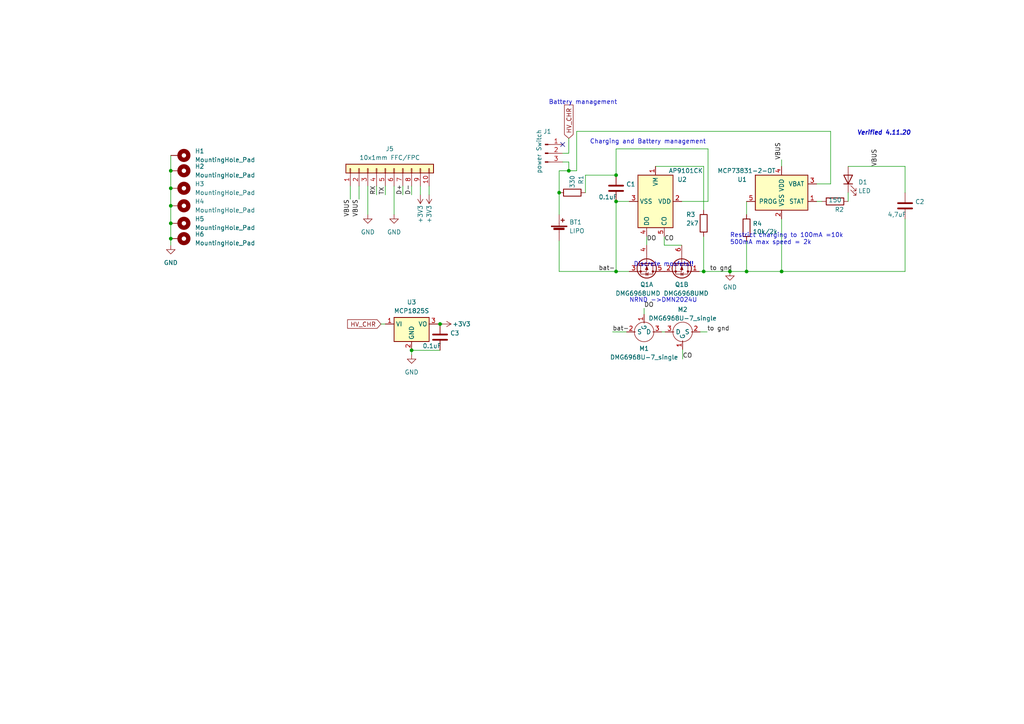
<source format=kicad_sch>
(kicad_sch (version 20230121) (generator eeschema)
  (paper "A4")
  (lib_symbols
    (symbol "Connector:Conn_01x03_Male" (pin_names (offset 1.016) hide)
      (property "Reference" "J" (at 0 5.08 0))
      (property "Value" "Conn_01x03_Male" (at 0 -5.08 0))
      (symbol "Conn_01x03_Male_1_1"
        (polyline (pts (xy 1.27 -2.54) (xy 0.8636 -2.54)) (stroke (width 0.1524)))
        (polyline (pts (xy 1.27 0) (xy 0.8636 0)) (stroke (width 0.1524)))
        (polyline (pts (xy 1.27 2.54) (xy 0.8636 2.54)) (stroke (width 0.1524)))
        (rectangle (start 0.8636 -2.413) (end 0 -2.667) (stroke (width 0.1524)) (fill (type outline)))
        (rectangle (start 0.8636 0.127) (end 0 -0.127) (stroke (width 0.1524)) (fill (type outline)))
        (rectangle (start 0.8636 2.667) (end 0 2.413) (stroke (width 0.1524)) (fill (type outline)))
        (pin passive line (at 5.08 2.54 180) (length 3.81) (name "Pin_1") (number "1"))
        (pin passive line (at 5.08 0 180) (length 3.81) (name "Pin_2") (number "2"))
        (pin passive line (at 5.08 -2.54 180) (length 3.81) (name "Pin_3") (number "3"))
      )
    )
    (symbol "Connector_Generic:Conn_01x10" (pin_names (offset 1.016) hide)
      (property "Reference" "J" (at 0 12.7 0))
      (property "Value" "Conn_01x10" (at 0 -15.24 0))
      (symbol "Conn_01x10_1_1"
        (rectangle (start -1.27 -12.573) (end 0 -12.827) (stroke (width 0.1524)))
        (rectangle (start -1.27 -10.033) (end 0 -10.287) (stroke (width 0.1524)))
        (rectangle (start -1.27 -7.493) (end 0 -7.747) (stroke (width 0.1524)))
        (rectangle (start -1.27 -4.953) (end 0 -5.207) (stroke (width 0.1524)))
        (rectangle (start -1.27 -2.413) (end 0 -2.667) (stroke (width 0.1524)))
        (rectangle (start -1.27 0.127) (end 0 -0.127) (stroke (width 0.1524)))
        (rectangle (start -1.27 2.667) (end 0 2.413) (stroke (width 0.1524)))
        (rectangle (start -1.27 5.207) (end 0 4.953) (stroke (width 0.1524)))
        (rectangle (start -1.27 7.747) (end 0 7.493) (stroke (width 0.1524)))
        (rectangle (start -1.27 10.287) (end 0 10.033) (stroke (width 0.1524)))
        (rectangle (start -1.27 11.43) (end 1.27 -13.97) (stroke (width 0.254)) (fill (type background)))
        (pin passive line (at -5.08 10.16 0) (length 3.81) (name "Pin_1") (number "1"))
        (pin passive line (at -5.08 -12.7 0) (length 3.81) (name "Pin_10") (number "10"))
        (pin passive line (at -5.08 7.62 0) (length 3.81) (name "Pin_2") (number "2"))
        (pin passive line (at -5.08 5.08 0) (length 3.81) (name "Pin_3") (number "3"))
        (pin passive line (at -5.08 2.54 0) (length 3.81) (name "Pin_4") (number "4"))
        (pin passive line (at -5.08 0 0) (length 3.81) (name "Pin_5") (number "5"))
        (pin passive line (at -5.08 -2.54 0) (length 3.81) (name "Pin_6") (number "6"))
        (pin passive line (at -5.08 -5.08 0) (length 3.81) (name "Pin_7") (number "7"))
        (pin passive line (at -5.08 -7.62 0) (length 3.81) (name "Pin_8") (number "8"))
        (pin passive line (at -5.08 -10.16 0) (length 3.81) (name "Pin_9") (number "9"))
      )
    )
    (symbol "Device:Battery_Cell" (pin_numbers hide) (pin_names (offset 0) hide)
      (property "Reference" "BT" (at 2.54 2.54 0))
      (property "Value" "Battery_Cell" (at 2.54 0 0))
      (symbol "Battery_Cell_0_1"
        (rectangle (start -2.286 1.778) (end 2.286 1.524) (fill (type outline)))
        (rectangle (start -1.5748 1.1938) (end 1.4732 0.6858) (fill (type outline)))
        (polyline (pts (xy 0 0.762) (xy 0 0)))
        (polyline (pts (xy 0 1.778) (xy 0 2.54)))
        (polyline (pts (xy 0.508 3.429) (xy 1.524 3.429)) (stroke (width 0.254)))
        (polyline (pts (xy 1.016 3.937) (xy 1.016 2.921)) (stroke (width 0.254)))
      )
      (symbol "Battery_Cell_1_1"
        (pin passive line (at 0 5.08 270) (length 2.54) (name "+") (number "1"))
        (pin passive line (at 0 -2.54 90) (length 2.54) (name "-") (number "2"))
      )
    )
    (symbol "Device:LED" (pin_numbers hide) (pin_names (offset 1.016) hide)
      (property "Reference" "D" (at 0 2.54 0))
      (property "Value" "LED" (at 0 -2.54 0))
      (symbol "LED_0_1"
        (polyline (pts (xy -1.27 -1.27) (xy -1.27 1.27)) (stroke (width 0.254)))
        (polyline (pts (xy -1.27 0) (xy 1.27 0)))
        (polyline (pts (xy 1.27 -1.27) (xy 1.27 1.27) (xy -1.27 0) (xy 1.27 -1.27)) (stroke (width 0.254)))
        (polyline (pts (xy -3.048 -0.762) (xy -4.572 -2.286) (xy -3.81 -2.286) (xy -4.572 -2.286) (xy -4.572 -1.524)))
        (polyline (pts (xy -1.778 -0.762) (xy -3.302 -2.286) (xy -2.54 -2.286) (xy -3.302 -2.286) (xy -3.302 -1.524)))
      )
      (symbol "LED_1_1"
        (pin passive line (at -3.81 0 0) (length 2.54) (name "K") (number "1"))
        (pin passive line (at 3.81 0 180) (length 2.54) (name "A") (number "2"))
      )
    )
    (symbol "FL01_smol-rescue:AP9101CK-Battery_Management"
      (property "Reference" "U" (at -7.62 6.35 0))
      (property "Value" "AP9101CK-Battery_Management" (at 6.35 6.35 0))
      (symbol "AP9101CK-Battery_Management_0_1"
        (rectangle (start -7.62 5.08) (end 7.62 -5.08) (stroke (width 0.254)) (fill (type background)))
      )
      (symbol "AP9101CK-Battery_Management_1_1"
        (pin passive line (at -10.16 0 0) (length 2.54) (name "VM") (number "1"))
        (pin power_in line (at 0 7.62 270) (length 2.54) (name "VDD") (number "2"))
        (pin power_in line (at 0 -7.62 90) (length 2.54) (name "VSS") (number "3"))
        (pin output line (at 10.16 -2.54 180) (length 2.54) (name "DO") (number "4"))
        (pin output line (at 10.16 2.54 180) (length 2.54) (name "CO") (number "5"))
      )
    )
    (symbol "FL01_smol-rescue:C-Device" (pin_numbers hide) (pin_names (offset 0.254))
      (property "Reference" "C" (at 0.635 2.54 0))
      (property "Value" "C-Device" (at 0.635 -2.54 0))
      (symbol "C-Device_0_1"
        (polyline (pts (xy -2.032 -0.762) (xy 2.032 -0.762)) (stroke (width 0.508)))
        (polyline (pts (xy -2.032 0.762) (xy 2.032 0.762)) (stroke (width 0.508)))
      )
      (symbol "C-Device_1_1"
        (pin passive line (at 0 3.81 270) (length 2.794) (name "~") (number "1"))
        (pin passive line (at 0 -3.81 90) (length 2.794) (name "~") (number "2"))
      )
    )
    (symbol "FL01_smol-rescue:DMG6968UMD-DMG6968UMD" (pin_names (offset 0) hide)
      (property "Reference" "Q" (at 6.35 1.27 0))
      (property "Value" "DMG6968UMD-DMG6968UMD" (at 19.05 -1.27 0))
      (symbol "DMG6968UMD-DMG6968UMD_0_1"
        (polyline (pts (xy 0.254 0) (xy -2.54 0)))
        (polyline (pts (xy 0.254 1.905) (xy 0.254 -1.905)) (stroke (width 0.254)))
        (polyline (pts (xy 0.762 -1.27) (xy 0.762 -2.286)) (stroke (width 0.254)))
        (polyline (pts (xy 0.762 0.508) (xy 0.762 -0.508)) (stroke (width 0.254)))
        (polyline (pts (xy 0.762 2.286) (xy 0.762 1.27)) (stroke (width 0.254)))
        (polyline (pts (xy 2.54 2.54) (xy 2.54 1.778)))
        (polyline (pts (xy 2.54 -2.54) (xy 2.54 0) (xy 0.762 0)))
        (polyline (pts (xy 0.762 -1.778) (xy 3.302 -1.778) (xy 3.302 1.778) (xy 0.762 1.778)))
        (polyline (pts (xy 1.016 0) (xy 2.032 0.381) (xy 2.032 -0.381) (xy 1.016 0)) (fill (type outline)))
        (polyline (pts (xy 2.794 0.508) (xy 2.921 0.381) (xy 3.683 0.381) (xy 3.81 0.254)))
        (polyline (pts (xy 3.302 0.381) (xy 2.921 -0.254) (xy 3.683 -0.254) (xy 3.302 0.381)))
        (circle (center 1.651 0) (radius 2.794) (stroke (width 0.254)))
        (circle (center 2.54 -1.778) (radius 0.254) (fill (type outline)))
        (circle (center 2.54 1.778) (radius 0.254) (fill (type outline)))
      )
      (symbol "DMG6968UMD-DMG6968UMD_1_1"
        (pin passive line (at 2.54 -5.08 90) (length 2.54) (name "S") (number "3"))
        (pin input line (at -5.08 0 0) (length 2.54) (name "G") (number "4"))
        (pin passive line (at 2.54 5.08 270) (length 2.54) (name "D") (number "5"))
      )
      (symbol "DMG6968UMD-DMG6968UMD_2_1"
        (pin passive line (at 2.54 5.08 270) (length 2.54) (name "D") (number "1"))
        (pin passive line (at 2.54 -5.08 90) (length 2.54) (name "S") (number "2"))
        (pin input line (at -5.08 0 0) (length 2.54) (name "G") (number "6"))
      )
    )
    (symbol "FL01_smol-rescue:MCP73831-2-OT-Battery_Management" (pin_names (offset 1.016))
      (property "Reference" "U" (at -7.62 6.35 0))
      (property "Value" "MCP73831-2-OT-Battery_Management" (at 1.27 6.35 0))
      (symbol "MCP73831-2-OT-Battery_Management_0_1"
        (rectangle (start -7.62 5.08) (end 7.62 -5.08) (stroke (width 0.254)) (fill (type background)))
      )
      (symbol "MCP73831-2-OT-Battery_Management_1_1"
        (pin output line (at 10.16 -2.54 180) (length 2.54) (name "STAT") (number "1"))
        (pin power_in line (at 0 -7.62 90) (length 2.54) (name "VSS") (number "2"))
        (pin power_out line (at 10.16 2.54 180) (length 2.54) (name "VBAT") (number "3"))
        (pin power_in line (at 0 7.62 270) (length 2.54) (name "VDD") (number "4"))
        (pin input line (at -10.16 -2.54 0) (length 2.54) (name "PROG") (number "5"))
      )
    )
    (symbol "FL01_smol-rescue:R-Device" (pin_numbers hide) (pin_names (offset 0))
      (property "Reference" "R" (at 2.032 0 90))
      (property "Value" "R-Device" (at 0 0 90))
      (symbol "R-Device_0_1"
        (rectangle (start -1.016 -2.54) (end 1.016 2.54) (stroke (width 0.254)))
      )
      (symbol "R-Device_1_1"
        (pin passive line (at 0 3.81 270) (length 1.27) (name "~") (number "1"))
        (pin passive line (at 0 -3.81 90) (length 1.27) (name "~") (number "2"))
      )
    )
    (symbol "Mechanical:MountingHole_Pad" (pin_numbers hide) (pin_names (offset 1.016) hide)
      (property "Reference" "H" (at 0 6.35 0))
      (property "Value" "MountingHole_Pad" (at 0 4.445 0))
      (symbol "MountingHole_Pad_0_1"
        (circle (center 0 1.27) (radius 1.27) (stroke (width 1.27)))
      )
      (symbol "MountingHole_Pad_1_1"
        (pin input line (at 0 -2.54 90) (length 2.54) (name "1") (number "1"))
      )
    )
    (symbol "Regulator_Linear:MCP1825S"
      (property "Reference" "U" (at -3.81 3.175 0))
      (property "Value" "MCP1825S" (at 0 3.175 0))
      (symbol "MCP1825S_0_1"
        (rectangle (start -5.08 1.905) (end 5.08 -5.08) (stroke (width 0.254)) (fill (type background)))
      )
      (symbol "MCP1825S_1_1"
        (pin power_in line (at -7.62 0 0) (length 2.54) (name "VI") (number "1"))
        (pin power_in line (at 0 -7.62 90) (length 2.54) (name "GND") (number "2"))
        (pin power_out line (at 7.62 0 180) (length 2.54) (name "VO") (number "3"))
      )
    )
    (symbol "arvsom:GND" (power) (pin_names (offset 0))
      (property "Value" "GND" (at 0 -3.81 0))
      (symbol "GND_0_1"
        (polyline (pts (xy 0 0) (xy 0 -1.27) (xy 1.27 -1.27) (xy 0 -2.54) (xy -1.27 -1.27) (xy 0 -1.27)))
      )
      (symbol "GND_1_1"
        (pin power_in line (at 0 0 270) (length 0) hide (name "GND") (number "1"))
      )
    )
    (symbol "dmg6968u-7CUSTOM:DMG6968U-7_single"
      (property "Reference" "M" (at 1.27 3.81 0))
      (property "Value" "DMG6968U-7_single" (at 1.27 -2.54 0))
      (symbol "DMG6968U-7_single_0_1"
        (circle (center 0 0) (radius 2.8398) (stroke (width 0.1524)))
      )
      (symbol "DMG6968U-7_single_1_1"
        (pin bidirectional line (at 0 5.08 270) (length 2.54) (name "G") (number "1"))
        (pin bidirectional line (at -5.08 0 0) (length 2.54) (name "S") (number "2"))
        (pin bidirectional line (at 5.08 0 180) (length 2.54) (name "D") (number "3"))
      )
    )
    (symbol "power:+3V3" (power) (pin_names (offset 0))
      (property "Value" "+3V3" (at 0 3.556 0))
      (symbol "+3V3_0_1"
        (polyline (pts (xy -0.762 1.27) (xy 0 2.54)))
        (polyline (pts (xy 0 0) (xy 0 2.54)))
        (polyline (pts (xy 0 2.54) (xy 0.762 1.27)))
      )
      (symbol "+3V3_1_1"
        (pin power_in line (at 0 0 90) (length 0) hide (name "+3V3") (number "1"))
      )
    )
    (symbol "power:GND" (power) (pin_names (offset 0))
      (property "Value" "GND" (at 0 -3.81 0))
      (symbol "GND_0_1"
        (polyline (pts (xy 0 0) (xy 0 -1.27) (xy 1.27 -1.27) (xy 0 -2.54) (xy -1.27 -1.27) (xy 0 -1.27)))
      )
      (symbol "GND_1_1"
        (pin power_in line (at 0 0 270) (length 0) hide (name "GND") (number "1"))
      )
    )
  )
  (junction (at 164.973 49.53))
  (junction (at 127.635 93.98))
  (junction (at 49.53 59.69))
  (junction (at 204.089 78.74))
  (junction (at 226.695 78.74))
  (junction (at 178.689 78.74))
  (junction (at 162.179 55.88))
  (junction (at 49.53 49.53))
  (junction (at 49.53 69.215))
  (junction (at 49.53 54.61))
  (junction (at 119.38 101.6))
  (junction (at 178.689 58.42))
  (junction (at 178.689 50.8))
  (junction (at 211.709 78.74))
  (junction (at 49.53 64.77))
  (junction (at 216.535 78.74))
  (no_connect (at 163.195 41.91))
  (wire (pts (xy 245.999 48.26) (xy 262.509 48.26)))
  (wire (pts (xy 121.92 53.975) (xy 121.92 56.515)))
  (wire (pts (xy 192.659 68.58) (xy 192.659 71.12)))
  (wire (pts (xy 216.535 78.74) (xy 226.695 78.74)))
  (wire (pts (xy 262.509 78.74) (xy 262.509 63.5)))
  (wire (pts (xy 119.38 53.975) (xy 119.38 56.515)))
  (wire (pts (xy 262.509 55.88) (xy 262.509 48.26)))
  (wire (pts (xy 192.659 71.12) (xy 197.739 71.12)))
  (wire (pts (xy 197.739 58.42) (xy 205.359 58.42)))
  (wire (pts (xy 204.089 48.26) (xy 204.089 60.96)))
  (wire (pts (xy 204.089 68.58) (xy 204.089 78.74)))
  (wire (pts (xy 49.53 45.085) (xy 49.53 49.53)))
  (wire (pts (xy 119.38 101.6) (xy 127.635 101.6)))
  (wire (pts (xy 191.897 96.266) (xy 192.913 96.266)))
  (wire (pts (xy 162.179 49.53) (xy 162.179 55.88)))
  (wire (pts (xy 190.119 48.26) (xy 204.089 48.26)))
  (wire (pts (xy 49.53 54.61) (xy 49.53 59.69)))
  (wire (pts (xy 226.695 63.5) (xy 226.695 78.74)))
  (wire (pts (xy 182.499 58.42) (xy 178.689 58.42)))
  (wire (pts (xy 240.919 38.1) (xy 240.919 53.34)))
  (wire (pts (xy 101.6 53.975) (xy 101.6 57.785)))
  (wire (pts (xy 211.709 78.74) (xy 216.535 78.74)))
  (wire (pts (xy 124.46 53.975) (xy 124.46 56.515)))
  (wire (pts (xy 203.073 96.266) (xy 205.105 96.266)))
  (wire (pts (xy 109.22 53.975) (xy 109.22 56.515)))
  (wire (pts (xy 226.695 46.355) (xy 226.695 48.26)))
  (wire (pts (xy 197.993 101.346) (xy 197.993 104.14)))
  (wire (pts (xy 104.14 53.975) (xy 104.14 57.785)))
  (wire (pts (xy 164.973 49.53) (xy 167.259 49.53)))
  (wire (pts (xy 162.179 55.88) (xy 162.179 62.23)))
  (wire (pts (xy 162.179 78.74) (xy 162.179 69.85)))
  (wire (pts (xy 236.855 58.42) (xy 238.379 58.42)))
  (wire (pts (xy 178.689 58.42) (xy 178.689 78.74)))
  (wire (pts (xy 111.76 53.975) (xy 111.76 56.515)))
  (wire (pts (xy 49.53 59.69) (xy 49.53 64.77)))
  (wire (pts (xy 167.259 49.53) (xy 167.259 38.1)))
  (wire (pts (xy 186.817 89.408) (xy 186.817 91.186)))
  (wire (pts (xy 164.973 44.45) (xy 164.973 40.132)))
  (wire (pts (xy 216.535 58.42) (xy 216.535 62.23)))
  (wire (pts (xy 116.84 53.975) (xy 116.84 56.515)))
  (wire (pts (xy 177.673 96.266) (xy 181.737 96.266)))
  (wire (pts (xy 205.359 58.42) (xy 205.359 43.18)))
  (wire (pts (xy 178.689 43.18) (xy 178.689 50.8)))
  (wire (pts (xy 127.635 93.98) (xy 128.27 93.98)))
  (wire (pts (xy 49.53 64.77) (xy 49.53 69.215)))
  (wire (pts (xy 202.819 78.74) (xy 204.089 78.74)))
  (wire (pts (xy 110.49 93.98) (xy 111.76 93.98)))
  (wire (pts (xy 114.3 53.975) (xy 114.3 62.23)))
  (wire (pts (xy 163.195 46.99) (xy 164.973 46.99)))
  (wire (pts (xy 106.68 53.975) (xy 106.68 62.23)))
  (wire (pts (xy 169.799 50.8) (xy 178.689 50.8)))
  (wire (pts (xy 164.973 46.99) (xy 164.973 49.53)))
  (wire (pts (xy 204.089 78.74) (xy 211.709 78.74)))
  (wire (pts (xy 178.689 78.74) (xy 182.499 78.74)))
  (wire (pts (xy 162.179 49.53) (xy 164.973 49.53)))
  (wire (pts (xy 127 93.98) (xy 127.635 93.98)))
  (wire (pts (xy 119.38 101.6) (xy 119.38 102.87)))
  (wire (pts (xy 226.695 78.74) (xy 262.509 78.74)))
  (wire (pts (xy 187.579 68.58) (xy 187.579 71.12)))
  (wire (pts (xy 169.799 50.8) (xy 169.799 55.88)))
  (wire (pts (xy 216.535 69.85) (xy 216.535 78.74)))
  (wire (pts (xy 167.259 38.1) (xy 240.919 38.1)))
  (wire (pts (xy 245.999 55.88) (xy 245.999 58.42)))
  (wire (pts (xy 205.359 43.18) (xy 178.689 43.18)))
  (wire (pts (xy 163.195 44.45) (xy 164.973 44.45)))
  (wire (pts (xy 49.53 49.53) (xy 49.53 54.61)))
  (wire (pts (xy 162.179 78.74) (xy 178.689 78.74)))
  (wire (pts (xy 240.919 53.34) (xy 236.855 53.34)))
  (wire (pts (xy 49.53 69.215) (xy 50.165 69.215)))
  (wire (pts (xy 49.53 69.215) (xy 49.53 71.12)))
  (text "NRND ->DMN2024U" (at 182.499 87.884 0) (effects (font (size 1.27 1.27)) (justify left bottom)))
  (text "Battery management" (at 159.131 30.48 0) (effects (font (size 1.27 1.27)) (justify left bottom)))
  (text "Verified 4.11.20\n" (at 248.539 39.37 0) (effects (font (size 1.27 1.27) (thickness 0.254) bold italic) (justify left bottom)))
  (text "Charging and Battery management\n" (at 171.069 41.91 0) (effects (font (size 1.27 1.27)) (justify left bottom)))
  (text "Restrict charging to 100mA =10k\n500mA max speed = 2k" (at 211.709 71.12 0) (effects (font (size 1.27 1.27)) (justify left bottom)))
  (text "Discrete mosfets!!" (at 183.769 77.47 0) (effects (font (size 1.27 1.27)) (justify left bottom)))
  (label "VBUS" (at 104.14 57.785 270))
  (label "VBUS" (at 226.695 46.355 90))
  (label "CO" (at 192.659 70.104 0))
  (label "DO" (at 187.579 70.104 0))
  (label "bat-" (at 173.609 78.74 0))
  (label "DO" (at 186.817 89.408 0))
  (label "TX" (at 111.76 56.515 90))
  (label "to gnd" (at 205.105 96.266 0))
  (label "VBUS" (at 101.6 57.785 270))
  (label "D-" (at 119.38 56.515 90))
  (label "to gnd" (at 205.867 78.74 0))
  (label "bat-" (at 177.673 96.266 0))
  (label "CO" (at 197.993 104.14 0))
  (label "D+" (at 116.84 56.515 90))
  (label "VBUS" (at 254.635 48.26 90))
  (label "RX" (at 109.22 56.515 90))
  (global_label "HV_CHR" (shape input) (at 110.49 93.98 180) (property "Intersheetrefs" "${INTERSHEET_REFS}" (effects hide)))
  (global_label "HV_CHR" (shape input) (at 164.973 40.132 90) (property "Intersheetrefs" "${INTERSHEET_REFS}" (effects hide)))
  (symbol (lib_id "Mechanical:MountingHole_Pad") (at 52.07 69.215 270) (unit 1)
    (property "Reference" "H6" (at 56.515 67.945 90) (effects (justify left)))
    (property "Value" "MountingHole_Pad" (at 56.515 70.485 90) (effects (justify left)))
    (property "Footprint" "MountingHole:MountingHole_3.2mm_M3_DIN965_Pad" (effects hide))
  )
  (symbol (lib_id "FL01_smol-rescue:R-Device") (at 216.535 66.04 180) (unit 1)
    (property "Reference" "R4" (at 218.313 64.8716 0) (effects (justify right)))
    (property "Value" "10k/2k" (at 218.313 67.183 0) (effects (justify right)))
    (property "Footprint" "Resistor_SMD:R_0603_1608Metric" (effects hide))
  )
  (symbol (lib_id "FL01_smol-rescue:C-Device") (at 127.635 97.79 0) (unit 1)
    (property "Reference" "C3" (at 130.556 96.6216 0) (effects (justify left)))
    (property "Value" "0.1uF" (at 122.555 100.33 0) (effects (justify left)))
    (property "Footprint" "Capacitor_SMD:C_0603_1608Metric" (effects hide))
  )
  (symbol (lib_id "Connector_Generic:Conn_01x10") (at 111.76 48.895 90) (unit 1)
    (property "Reference" "J5" (at 113.03 43.18 90))
    (property "Value" "10x1mm FFC/FPC" (at 113.03 45.72 90))
    (property "Footprint" "Connector_FFC-FPC:Molex_200528-0100_1x10-1MP_P1.00mm_Horizontal" (effects hide))
  )
  (symbol (lib_id "Mechanical:MountingHole_Pad") (at 52.07 64.77 270) (unit 1)
    (property "Reference" "H5" (at 56.515 63.5 90) (effects (justify left)))
    (property "Value" "MountingHole_Pad" (at 56.515 66.04 90) (effects (justify left)))
    (property "Footprint" "MountingHole:MountingHole_3.2mm_M3_DIN965_Pad" (effects hide))
  )
  (symbol (lib_id "FL01_smol-rescue:DMG6968UMD-DMG6968UMD") (at 197.739 76.2 270) (unit 2)
    (property "Reference" "Q1" (at 197.739 82.5246 90))
    (property "Value" "DMG6968UMD" (at 199.009 85.09 90))
    (property "Footprint" "Package_TO_SOT_SMD:SOT-23-6_Handsoldering" (effects hide))
  )
  (symbol (lib_id "arvsom:GND") (at 119.38 102.87 0) (unit 1)
    (property "Reference" "#PWR07" (effects hide))
    (property "Value" "GND" (at 119.38 107.95 0))
  )
  (symbol (lib_id "FL01_smol-rescue:DMG6968UMD-DMG6968UMD") (at 187.579 76.2 270) (unit 1)
    (property "Reference" "Q1" (at 187.579 82.5246 90))
    (property "Value" "DMG6968UMD" (at 185.039 85.09 90))
    (property "Footprint" "Package_TO_SOT_SMD:SOT-23-6_Handsoldering" (effects hide))
  )
  (symbol (lib_id "Mechanical:MountingHole_Pad") (at 52.07 59.69 270) (unit 1)
    (property "Reference" "H4" (at 56.515 58.42 90) (effects (justify left)))
    (property "Value" "MountingHole_Pad" (at 56.515 60.96 90) (effects (justify left)))
    (property "Footprint" "MountingHole:MountingHole_3.2mm_M3_DIN965_Pad" (effects hide))
  )
  (symbol (lib_id "Connector:Conn_01x03_Male") (at 158.115 44.45 0) (unit 1)
    (property "Reference" "J1" (at 158.75 38.134 0))
    (property "Value" "power Switch" (at 156.337 43.942 90))
    (property "Footprint" "Connector_PinHeader_2.54mm:PinHeader_1x03_P2.54mm_Vertical_SMD_Pin1Left" (effects hide))
  )
  (symbol (lib_id "FL01_smol-rescue:C-Device") (at 262.509 59.69 0) (unit 1)
    (property "Reference" "C2" (at 265.43 58.5216 0) (effects (justify left)))
    (property "Value" "4,7uF" (at 257.429 62.23 0) (effects (justify left)))
    (property "Footprint" "Capacitor_SMD:C_0603_1608Metric" (effects hide))
  )
  (symbol (lib_id "power:+3V3") (at 121.92 56.515 180) (unit 1)
    (property "Reference" "#PWR02" (effects hide))
    (property "Value" "+3V3" (at 121.92 64.77 90) (effects (justify right)))
  )
  (symbol (lib_id "Regulator_Linear:MCP1825S") (at 119.38 93.98 0) (unit 1)
    (property "Reference" "U3" (at 119.38 87.63 0))
    (property "Value" "MCP1825S" (at 119.38 90.17 0))
    (property "Footprint" "Package_TO_SOT_SMD:SOT-223-3_TabPin2" (effects hide))
    (property "Datasheet" "http://ww1.microchip.com/downloads/en/devicedoc/22056b.pdf" (effects hide))
  )
  (symbol (lib_id "power:+3V3") (at 124.46 56.515 180) (unit 1)
    (property "Reference" "#PWR03" (effects hide))
    (property "Value" "+3V3" (at 124.46 64.77 90) (effects (justify right)))
  )
  (symbol (lib_id "Device:LED") (at 245.999 52.07 90) (unit 1)
    (property "Reference" "D1" (at 248.92 52.8228 90) (effects (justify right)))
    (property "Value" "LED" (at 248.92 55.3597 90) (effects (justify right)))
    (property "Footprint" "LED_SMD:LED_0603_1608Metric" (effects hide))
  )
  (symbol (lib_id "Device:Battery_Cell") (at 162.179 67.31 0) (unit 1)
    (property "Reference" "BT1" (at 165.1 64.4433 0) (effects (justify left)))
    (property "Value" "LIPO" (at 165.1 66.9802 0) (effects (justify left)))
    (property "Footprint" "Connector_PinHeader_2.54mm:PinHeader_1x02_P2.54mm_Vertical_SMD_Pin1Left" (effects hide))
  )
  (symbol (lib_id "FL01_smol-rescue:AP9101CK-Battery_Management") (at 190.119 58.42 270) (unit 1)
    (property "Reference" "U2" (at 196.469 52.07 90) (effects (justify left)))
    (property "Value" "AP9101CK" (at 193.929 49.53 90) (effects (justify left)))
    (property "Footprint" "Package_TO_SOT_SMD:SOT-23-5" (effects hide))
    (property "Datasheet" "https://www.diodes.com/assets/Datasheets/AP9101C.pdf" (effects hide))
  )
  (symbol (lib_id "FL01_smol-rescue:MCP73831-2-OT-Battery_Management") (at 226.695 55.88 0) (unit 1)
    (property "Reference" "U1" (at 215.265 52.07 0))
    (property "Value" "MCP73831-2-OT" (at 216.535 49.53 0))
    (property "Footprint" "Package_TO_SOT_SMD:SOT-23-5" (effects hide))
    (property "Datasheet" "http://ww1.microchip.com/downloads/en/DeviceDoc/20001984g.pdf" (effects hide))
  )
  (symbol (lib_id "FL01_smol-rescue:R-Device") (at 165.989 55.88 270) (unit 1)
    (property "Reference" "R1" (at 168.529 50.8 0) (effects (justify left)))
    (property "Value" "330" (at 165.989 50.8 0) (effects (justify left)))
    (property "Footprint" "Resistor_SMD:R_0603_1608Metric" (effects hide))
  )
  (symbol (lib_id "arvsom:GND") (at 114.3 62.23 0) (unit 1)
    (property "Reference" "#PWR05" (effects hide))
    (property "Value" "GND" (at 114.3 67.31 0))
  )
  (symbol (lib_id "FL01_smol-rescue:R-Device") (at 204.089 64.77 0) (unit 1)
    (property "Reference" "R3" (at 199.009 62.23 0) (effects (justify left)))
    (property "Value" "2k7" (at 199.009 64.77 0) (effects (justify left)))
    (property "Footprint" "Resistor_SMD:R_0603_1608Metric" (effects hide))
  )
  (symbol (lib_id "dmg6968u-7CUSTOM:DMG6968U-7_single") (at 197.993 96.266 180) (unit 1)
    (property "Reference" "M2" (at 197.993 89.7772 0))
    (property "Value" "DMG6968U-7_single" (at 197.993 92.3141 0))
    (property "Footprint" "Package_TO_SOT_SMD:TSOT-23" (effects hide))
  )
  (symbol (lib_id "arvsom:GND") (at 49.53 71.12 0) (unit 1)
    (property "Reference" "#PWR01" (effects hide))
    (property "Value" "GND" (at 49.53 76.2 0))
  )
  (symbol (lib_id "arvsom:GND") (at 106.68 62.23 0) (unit 1)
    (property "Reference" "#PWR04" (effects hide))
    (property "Value" "GND" (at 106.68 67.31 0))
  )
  (symbol (lib_id "power:+3V3") (at 128.27 93.98 270) (unit 1)
    (property "Reference" "#PWR08" (effects hide))
    (property "Value" "+3V3" (at 136.525 93.98 90) (effects (justify right)))
  )
  (symbol (lib_id "power:GND") (at 211.709 78.74 0) (unit 1)
    (property "Reference" "#PWR06" (effects hide))
    (property "Value" "GND" (at 211.709 83.3026 0))
  )
  (symbol (lib_id "FL01_smol-rescue:C-Device") (at 178.689 54.61 0) (unit 1)
    (property "Reference" "C1" (at 181.61 53.4416 0) (effects (justify left)))
    (property "Value" "0.1uF" (at 173.609 57.15 0) (effects (justify left)))
    (property "Footprint" "Capacitor_SMD:C_0603_1608Metric" (effects hide))
  )
  (symbol (lib_id "Mechanical:MountingHole_Pad") (at 52.07 45.085 270) (unit 1)
    (property "Reference" "H1" (at 56.515 43.815 90) (effects (justify left)))
    (property "Value" "MountingHole_Pad" (at 56.515 46.355 90) (effects (justify left)))
    (property "Footprint" "MountingHole:MountingHole_3.2mm_M3_DIN965_Pad" (effects hide))
  )
  (symbol (lib_id "Mechanical:MountingHole_Pad") (at 52.07 49.53 270) (unit 1)
    (property "Reference" "H2" (at 56.515 48.26 90) (effects (justify left)))
    (property "Value" "MountingHole_Pad" (at 56.515 50.8 90) (effects (justify left)))
    (property "Footprint" "MountingHole:MountingHole_3.2mm_M3_DIN965_Pad" (effects hide))
  )
  (symbol (lib_id "Mechanical:MountingHole_Pad") (at 52.07 54.61 270) (unit 1)
    (property "Reference" "H3" (at 56.515 53.34 90) (effects (justify left)))
    (property "Value" "MountingHole_Pad" (at 56.515 55.88 90) (effects (justify left)))
    (property "Footprint" "MountingHole:MountingHole_3.2mm_M3_DIN965_Pad" (effects hide))
  )
  (symbol (lib_id "dmg6968u-7CUSTOM:DMG6968U-7_single") (at 186.817 96.266 0) (unit 1)
    (property "Reference" "M1" (at 186.817 101.0854 0))
    (property "Value" "DMG6968U-7_single" (at 186.817 103.6223 0))
    (property "Footprint" "Package_TO_SOT_SMD:TSOT-23" (effects hide))
  )
  (symbol (lib_id "FL01_smol-rescue:R-Device") (at 242.189 58.42 90) (unit 1)
    (property "Reference" "R2" (at 243.459 60.7822 90))
    (property "Value" "150" (at 242.189 58.0136 90))
    (property "Footprint" "Resistor_SMD:R_0603_1608Metric" (effects hide))
  )
)
</source>
